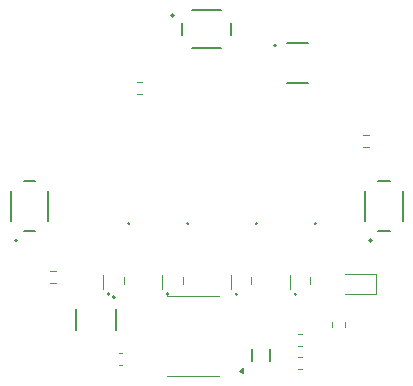
<source format=gbr>
%TF.GenerationSoftware,KiCad,Pcbnew,8.0.1*%
%TF.CreationDate,2024-12-08T15:20:26+09:00*%
%TF.ProjectId,watch,77617463-682e-46b6-9963-61645f706362,rev?*%
%TF.SameCoordinates,Original*%
%TF.FileFunction,Legend,Top*%
%TF.FilePolarity,Positive*%
%FSLAX46Y46*%
G04 Gerber Fmt 4.6, Leading zero omitted, Abs format (unit mm)*
G04 Created by KiCad (PCBNEW 8.0.1) date 2024-12-08 15:20:26*
%MOMM*%
%LPD*%
G01*
G04 APERTURE LIST*
%ADD10C,0.120000*%
%ADD11C,0.127000*%
%ADD12C,0.200000*%
%ADD13C,0.150000*%
G04 APERTURE END LIST*
D10*
%TO.C,R3*%
X84062742Y-79477500D02*
X84537258Y-79477500D01*
X84062742Y-80522500D02*
X84537258Y-80522500D01*
%TO.C,C1*%
X97759420Y-100840000D02*
X98040580Y-100840000D01*
X97759420Y-101860000D02*
X98040580Y-101860000D01*
%TO.C,C3*%
X97759420Y-102740000D02*
X98040580Y-102740000D01*
X97759420Y-103760000D02*
X98040580Y-103760000D01*
%TO.C,R5*%
X76762742Y-95477500D02*
X77237258Y-95477500D01*
X76762742Y-96522500D02*
X77237258Y-96522500D01*
D11*
%TO.C,RN1*%
X96800000Y-76200000D02*
X98600000Y-76200000D01*
X98600000Y-79600000D02*
X96800000Y-79600000D01*
D12*
X95900001Y-76399999D02*
G75*
G02*
X95700001Y-76399999I-100000J0D01*
G01*
X95700001Y-76399999D02*
G75*
G02*
X95900001Y-76399999I100000J0D01*
G01*
D10*
%TO.C,Q4*%
X97040000Y-95800000D02*
X97040000Y-97000000D01*
X98760000Y-96000000D02*
X98760000Y-96600000D01*
D13*
X97575000Y-97450000D02*
G75*
G02*
X97425000Y-97450000I-75000J0D01*
G01*
X97425000Y-97450000D02*
G75*
G02*
X97575000Y-97450000I75000J0D01*
G01*
D10*
%TO.C,C2*%
X82559420Y-102440000D02*
X82840580Y-102440000D01*
X82559420Y-103460000D02*
X82840580Y-103460000D01*
%TO.C,U4*%
X94306818Y-91500000D02*
G75*
G02*
X94093182Y-91500000I-106818J0D01*
G01*
X94093182Y-91500000D02*
G75*
G02*
X94306818Y-91500000I106818J0D01*
G01*
D11*
%TO.C,S4*%
X87900000Y-74500000D02*
X87900000Y-75500000D01*
X88750000Y-73400000D02*
X91250000Y-73400000D01*
X88750000Y-76600000D02*
X91250000Y-76600000D01*
X92100000Y-74500000D02*
X92100000Y-75500000D01*
X87211803Y-73850000D02*
G75*
G02*
X86988197Y-73850000I-111803J0D01*
G01*
X86988197Y-73850000D02*
G75*
G02*
X87211803Y-73850000I111803J0D01*
G01*
X87200000Y-73850000D02*
G75*
G02*
X87100000Y-73850000I-50000J0D01*
G01*
X87100000Y-73850000D02*
G75*
G02*
X87200000Y-73850000I50000J0D01*
G01*
D10*
%TO.C,Q2*%
X86240000Y-95800000D02*
X86240000Y-97000000D01*
X87960000Y-96000000D02*
X87960000Y-96600000D01*
D13*
X86775000Y-97450000D02*
G75*
G02*
X86625000Y-97450000I-75000J0D01*
G01*
X86625000Y-97450000D02*
G75*
G02*
X86775000Y-97450000I75000J0D01*
G01*
D10*
%TO.C,Q1*%
X81240000Y-95800000D02*
X81240000Y-97000000D01*
X82960000Y-96000000D02*
X82960000Y-96600000D01*
D13*
X81775000Y-97450000D02*
G75*
G02*
X81625000Y-97450000I-75000J0D01*
G01*
X81625000Y-97450000D02*
G75*
G02*
X81775000Y-97450000I75000J0D01*
G01*
D10*
%TO.C,D1*%
X104360000Y-95750000D02*
X101700000Y-95750000D01*
X104360000Y-97450000D02*
X101700000Y-97450000D01*
X104360000Y-97450000D02*
X104360000Y-95750000D01*
D11*
%TO.C,S2*%
X73400000Y-91250000D02*
X73400000Y-88750000D01*
X74500000Y-87900000D02*
X75500000Y-87900000D01*
X74500000Y-92100000D02*
X75500000Y-92100000D01*
X76600000Y-91250000D02*
X76600000Y-88750000D01*
X73900000Y-92850000D02*
G75*
G02*
X73800000Y-92850000I-50000J0D01*
G01*
X73800000Y-92850000D02*
G75*
G02*
X73900000Y-92850000I50000J0D01*
G01*
X73961803Y-92900000D02*
G75*
G02*
X73738197Y-92900000I-111803J0D01*
G01*
X73738197Y-92900000D02*
G75*
G02*
X73961803Y-92900000I111803J0D01*
G01*
D10*
%TO.C,R4*%
X100627500Y-99762742D02*
X100627500Y-100237258D01*
X101672500Y-99762742D02*
X101672500Y-100237258D01*
%TO.C,U1*%
X88862500Y-97615000D02*
X86662500Y-97615000D01*
X88862500Y-97615000D02*
X91062500Y-97615000D01*
X88862500Y-104385000D02*
X86662500Y-104385000D01*
X88862500Y-104385000D02*
X91062500Y-104385000D01*
X93052500Y-104165000D02*
X92722500Y-103925000D01*
X93052500Y-103685000D01*
X93052500Y-104165000D01*
G36*
X93052500Y-104165000D02*
G01*
X92722500Y-103925000D01*
X93052500Y-103685000D01*
X93052500Y-104165000D01*
G37*
D11*
%TO.C,S1*%
X103400000Y-91250000D02*
X103400000Y-88750000D01*
X104500000Y-87900000D02*
X105500000Y-87900000D01*
X104500000Y-92100000D02*
X105500000Y-92100000D01*
X106600000Y-91250000D02*
X106600000Y-88750000D01*
X103900000Y-92850000D02*
G75*
G02*
X103800000Y-92850000I-50000J0D01*
G01*
X103800000Y-92850000D02*
G75*
G02*
X103900000Y-92850000I50000J0D01*
G01*
X103961803Y-92900000D02*
G75*
G02*
X103738197Y-92900000I-111803J0D01*
G01*
X103738197Y-92900000D02*
G75*
G02*
X103961803Y-92900000I111803J0D01*
G01*
D10*
%TO.C,U5*%
X99306818Y-91500000D02*
G75*
G02*
X99093182Y-91500000I-106818J0D01*
G01*
X99093182Y-91500000D02*
G75*
G02*
X99306818Y-91500000I106818J0D01*
G01*
%TO.C,Q3*%
X92040000Y-95800000D02*
X92040000Y-97000000D01*
X93760000Y-96000000D02*
X93760000Y-96600000D01*
D13*
X92575000Y-97450000D02*
G75*
G02*
X92425000Y-97450000I-75000J0D01*
G01*
X92425000Y-97450000D02*
G75*
G02*
X92575000Y-97450000I75000J0D01*
G01*
D10*
%TO.C,U2*%
X83506818Y-91500000D02*
G75*
G02*
X83293182Y-91500000I-106818J0D01*
G01*
X83293182Y-91500000D02*
G75*
G02*
X83506818Y-91500000I106818J0D01*
G01*
%TO.C,U3*%
X88506818Y-91500000D02*
G75*
G02*
X88293182Y-91500000I-106818J0D01*
G01*
X88293182Y-91500000D02*
G75*
G02*
X88506818Y-91500000I106818J0D01*
G01*
D11*
%TO.C,Y1*%
X93800000Y-102100000D02*
X93800000Y-103100000D01*
X95400000Y-102100000D02*
X95400000Y-103100000D01*
%TO.C,RN2*%
X78950000Y-100500001D02*
X78950000Y-98699999D01*
X82350000Y-98699999D02*
X82350000Y-100500001D01*
D12*
X82250000Y-97700000D02*
G75*
G02*
X82050000Y-97700000I-100000J0D01*
G01*
X82050000Y-97700000D02*
G75*
G02*
X82250000Y-97700000I100000J0D01*
G01*
D10*
%TO.C,R1*%
X103262742Y-83977500D02*
X103737258Y-83977500D01*
X103262742Y-85022500D02*
X103737258Y-85022500D01*
%TD*%
M02*

</source>
